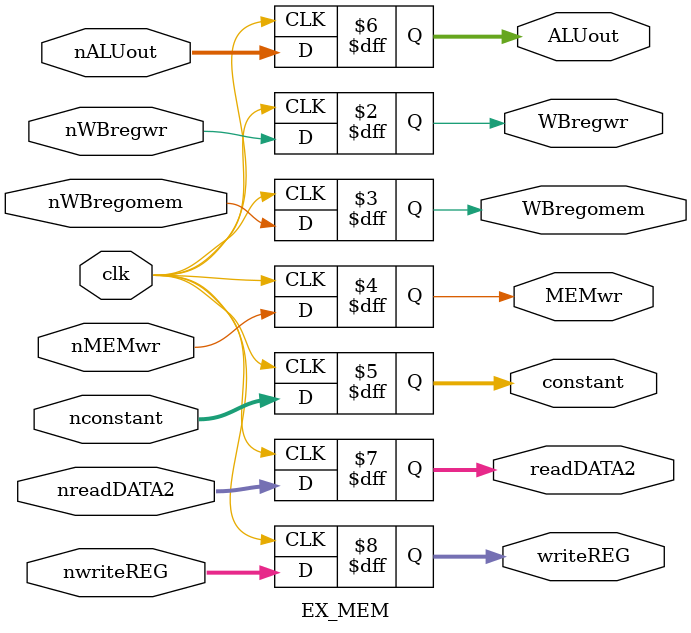
<source format=v>
`timescale 1ns / 1ps
module EX_MEM(
nWBregwr,nWBregomem,nMEMwr, nconstant,nwriteREG,nALUout,clk,
WBregwr,WBregomem,MEMwr, constant,writeREG, ALUout,nreadDATA2,readDATA2);
input nWBregwr,nWBregomem,nMEMwr,clk;
input [7:0]nconstant,nALUout,nreadDATA2;
input [2:0]nwriteREG;

output reg WBregwr,WBregomem,MEMwr;
output reg [7:0]constant, ALUout,readDATA2;
output reg [2:0]writeREG;


always@(posedge clk)
begin
	WBregwr<=nWBregwr;
	WBregomem<=nWBregomem;
	MEMwr<=nMEMwr;
	ALUout<=nALUout;
	constant<=nconstant;
	writeREG<=nwriteREG;
	readDATA2<=nreadDATA2;
end

endmodule


</source>
